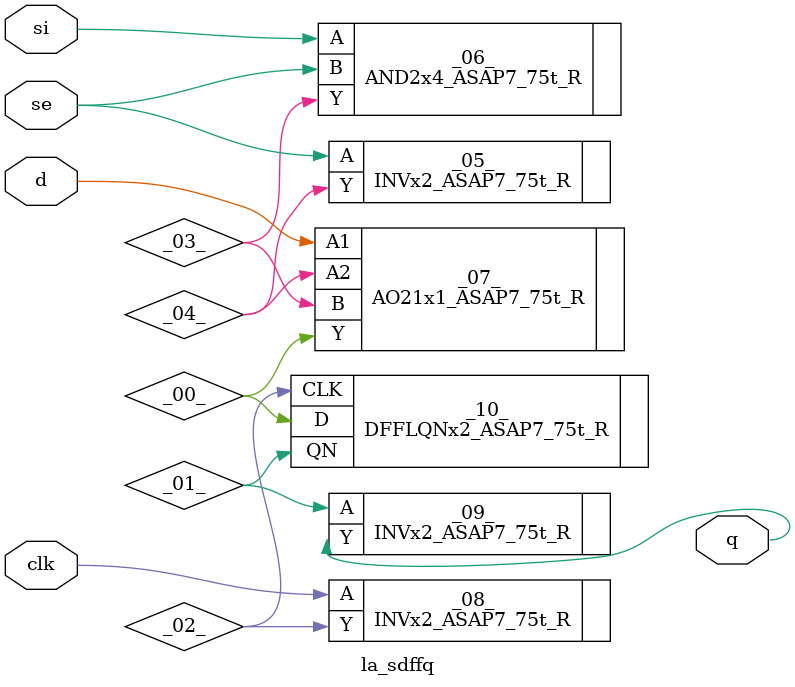
<source format=v>

/* Generated by Yosys 0.37 (git sha1 a5c7f69ed, clang 14.0.0-1ubuntu1.1 -fPIC -Os) */

module la_sdffq(d, si, se, clk, q);
  wire _00_;
  wire _01_;
  wire _02_;
  wire _03_;
  wire _04_;
  input clk;
  wire clk;
  input d;
  wire d;
  output q;
  wire q;
  input se;
  wire se;
  input si;
  wire si;
  INVx2_ASAP7_75t_R _05_ (
    .A(se),
    .Y(_04_)
  );
  AND2x4_ASAP7_75t_R _06_ (
    .A(si),
    .B(se),
    .Y(_03_)
  );
  AO21x1_ASAP7_75t_R _07_ (
    .A1(d),
    .A2(_04_),
    .B(_03_),
    .Y(_00_)
  );
  INVx2_ASAP7_75t_R _08_ (
    .A(clk),
    .Y(_02_)
  );
  INVx2_ASAP7_75t_R _09_ (
    .A(_01_),
    .Y(q)
  );
  DFFLQNx2_ASAP7_75t_R _10_ (
    .CLK(_02_),
    .D(_00_),
    .QN(_01_)
  );
endmodule

</source>
